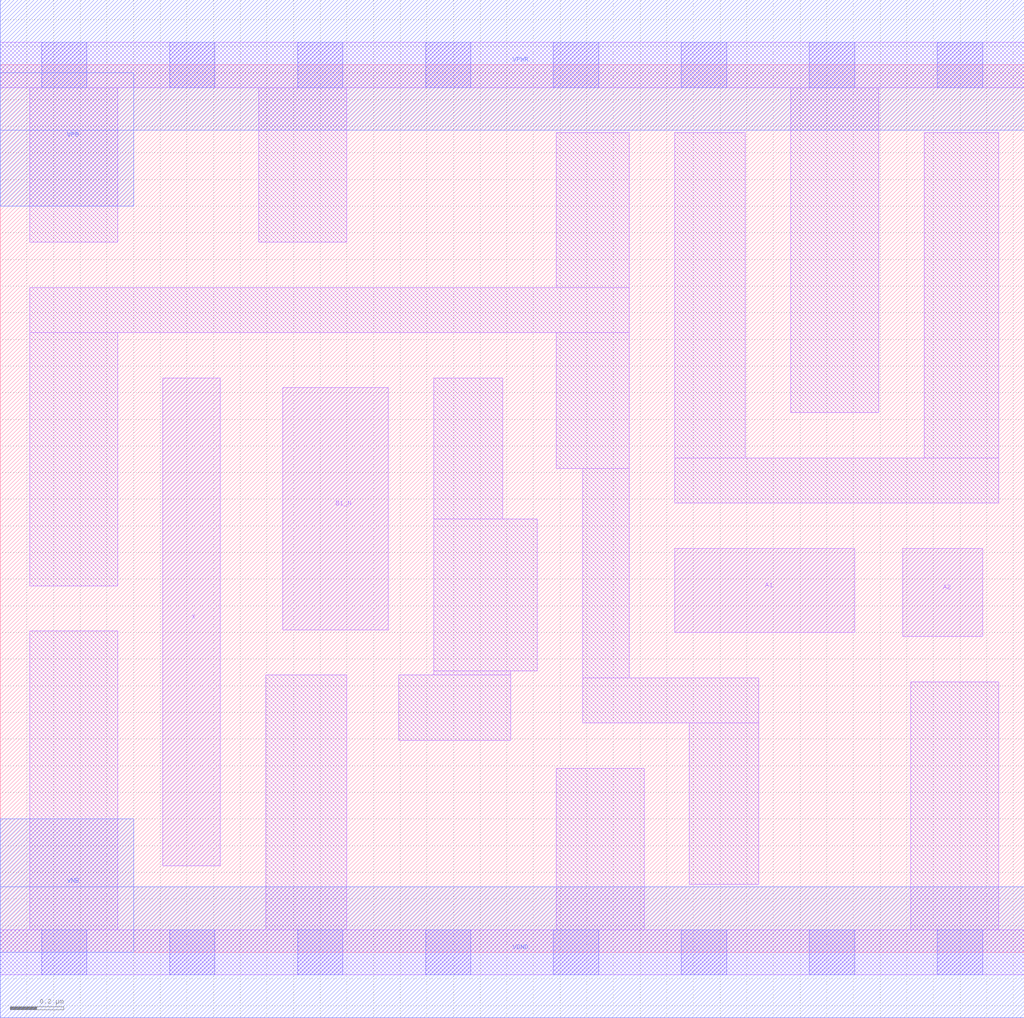
<source format=lef>
# Copyright 2020 The SkyWater PDK Authors
#
# Licensed under the Apache License, Version 2.0 (the "License");
# you may not use this file except in compliance with the License.
# You may obtain a copy of the License at
#
#     https://www.apache.org/licenses/LICENSE-2.0
#
# Unless required by applicable law or agreed to in writing, software
# distributed under the License is distributed on an "AS IS" BASIS,
# WITHOUT WARRANTIES OR CONDITIONS OF ANY KIND, either express or implied.
# See the License for the specific language governing permissions and
# limitations under the License.
#
# SPDX-License-Identifier: Apache-2.0

VERSION 5.5 ;
NAMESCASESENSITIVE ON ;
BUSBITCHARS "[]" ;
DIVIDERCHAR "/" ;
MACRO sky130_fd_sc_lp__a21bo_2
  CLASS CORE ;
  SOURCE USER ;
  ORIGIN  0.000000  0.000000 ;
  SIZE  3.840000 BY  3.330000 ;
  SYMMETRY X Y R90 ;
  SITE unit ;
  PIN A1
    ANTENNAGATEAREA  0.315000 ;
    DIRECTION INPUT ;
    USE SIGNAL ;
    PORT
      LAYER li1 ;
        RECT 2.530000 1.200000 3.205000 1.515000 ;
    END
  END A1
  PIN A2
    ANTENNAGATEAREA  0.315000 ;
    DIRECTION INPUT ;
    USE SIGNAL ;
    PORT
      LAYER li1 ;
        RECT 3.385000 1.185000 3.685000 1.515000 ;
    END
  END A2
  PIN B1_N
    ANTENNAGATEAREA  0.126000 ;
    DIRECTION INPUT ;
    USE SIGNAL ;
    PORT
      LAYER li1 ;
        RECT 1.060000 1.210000 1.455000 2.120000 ;
    END
  END B1_N
  PIN X
    ANTENNADIFFAREA  0.588000 ;
    DIRECTION OUTPUT ;
    USE SIGNAL ;
    PORT
      LAYER li1 ;
        RECT 0.610000 0.325000 0.825000 2.155000 ;
    END
  END X
  PIN VGND
    DIRECTION INOUT ;
    USE GROUND ;
    PORT
      LAYER met1 ;
        RECT 0.000000 -0.245000 3.840000 0.245000 ;
    END
  END VGND
  PIN VNB
    DIRECTION INOUT ;
    USE GROUND ;
    PORT
    END
  END VNB
  PIN VPB
    DIRECTION INOUT ;
    USE POWER ;
    PORT
    END
  END VPB
  PIN VNB
    DIRECTION INOUT ;
    USE GROUND ;
    PORT
      LAYER met1 ;
        RECT 0.000000 0.000000 0.500000 0.500000 ;
    END
  END VNB
  PIN VPB
    DIRECTION INOUT ;
    USE POWER ;
    PORT
      LAYER met1 ;
        RECT 0.000000 2.800000 0.500000 3.300000 ;
    END
  END VPB
  PIN VPWR
    DIRECTION INOUT ;
    USE POWER ;
    PORT
      LAYER met1 ;
        RECT 0.000000 3.085000 3.840000 3.575000 ;
    END
  END VPWR
  OBS
    LAYER li1 ;
      RECT 0.000000 -0.085000 3.840000 0.085000 ;
      RECT 0.000000  3.245000 3.840000 3.415000 ;
      RECT 0.110000  0.085000 0.440000 1.205000 ;
      RECT 0.110000  1.375000 0.440000 2.325000 ;
      RECT 0.110000  2.325000 2.360000 2.495000 ;
      RECT 0.110000  2.665000 0.440000 3.245000 ;
      RECT 0.970000  2.665000 1.300000 3.245000 ;
      RECT 0.995000  0.085000 1.300000 1.040000 ;
      RECT 1.495000  0.795000 1.915000 1.040000 ;
      RECT 1.625000  1.040000 1.915000 1.055000 ;
      RECT 1.625000  1.055000 2.015000 1.625000 ;
      RECT 1.625000  1.625000 1.885000 2.155000 ;
      RECT 2.085000  0.085000 2.415000 0.690000 ;
      RECT 2.085000  1.815000 2.360000 2.325000 ;
      RECT 2.085000  2.495000 2.360000 3.075000 ;
      RECT 2.185000  0.860000 2.845000 1.030000 ;
      RECT 2.185000  1.030000 2.360000 1.815000 ;
      RECT 2.530000  1.685000 3.745000 1.855000 ;
      RECT 2.530000  1.855000 2.795000 3.075000 ;
      RECT 2.585000  0.255000 2.845000 0.860000 ;
      RECT 2.965000  2.025000 3.295000 3.245000 ;
      RECT 3.415000  0.085000 3.745000 1.015000 ;
      RECT 3.465000  1.855000 3.745000 3.075000 ;
    LAYER mcon ;
      RECT 0.155000 -0.085000 0.325000 0.085000 ;
      RECT 0.155000  3.245000 0.325000 3.415000 ;
      RECT 0.635000 -0.085000 0.805000 0.085000 ;
      RECT 0.635000  3.245000 0.805000 3.415000 ;
      RECT 1.115000 -0.085000 1.285000 0.085000 ;
      RECT 1.115000  3.245000 1.285000 3.415000 ;
      RECT 1.595000 -0.085000 1.765000 0.085000 ;
      RECT 1.595000  3.245000 1.765000 3.415000 ;
      RECT 2.075000 -0.085000 2.245000 0.085000 ;
      RECT 2.075000  3.245000 2.245000 3.415000 ;
      RECT 2.555000 -0.085000 2.725000 0.085000 ;
      RECT 2.555000  3.245000 2.725000 3.415000 ;
      RECT 3.035000 -0.085000 3.205000 0.085000 ;
      RECT 3.035000  3.245000 3.205000 3.415000 ;
      RECT 3.515000 -0.085000 3.685000 0.085000 ;
      RECT 3.515000  3.245000 3.685000 3.415000 ;
  END
END sky130_fd_sc_lp__a21bo_2
END LIBRARY

</source>
